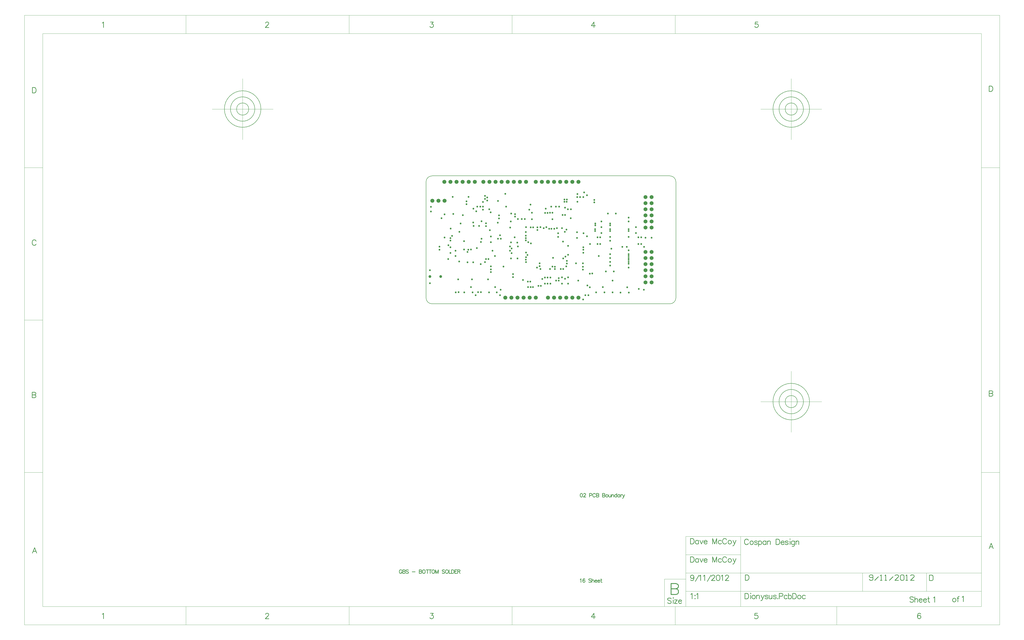
<source format=gbs>
%FSLAX25Y25*%
%MOIN*%
G70*
G01*
G75*
G04 Layer_Color=16711935*
%ADD10R,0.02953X0.02559*%
%ADD11R,0.09843X0.03543*%
%ADD12R,0.00984X0.03150*%
%ADD13R,0.02559X0.02953*%
%ADD14R,0.04331X0.12598*%
%ADD15R,0.05906X0.05118*%
%ADD16R,0.02362X0.01969*%
%ADD17R,0.01969X0.02362*%
%ADD18R,0.01772X0.03937*%
%ADD19R,0.02362X0.03937*%
%ADD20R,0.02756X0.01969*%
%ADD21R,0.01969X0.02756*%
%ADD22R,0.07874X0.04724*%
%ADD23O,0.07087X0.01181*%
%ADD24O,0.01181X0.07087*%
%ADD25R,0.05315X0.01575*%
%ADD26R,0.05512X0.06299*%
%ADD27R,0.07087X0.07480*%
%ADD28R,0.05118X0.09055*%
%ADD29R,0.07087X0.11811*%
%ADD30R,0.04921X0.07284*%
%ADD31R,0.07480X0.02835*%
%ADD32R,0.04921X0.01378*%
%ADD33O,0.06102X0.02165*%
%ADD34C,0.00600*%
%ADD35C,0.01000*%
%ADD36C,0.02000*%
%ADD37C,0.03000*%
%ADD38C,0.01500*%
%ADD39C,0.00400*%
%ADD40C,0.00200*%
%ADD41C,0.01400*%
%ADD42C,0.06000*%
%ADD43C,0.03937*%
%ADD44C,0.05906*%
%ADD45C,0.02400*%
%ADD46C,0.04000*%
%ADD47C,0.14900*%
%ADD48C,0.06400*%
G04:AMPARAMS|DCode=49|XSize=80mil|YSize=80mil|CornerRadius=0mil|HoleSize=0mil|Usage=FLASHONLY|Rotation=0.000|XOffset=0mil|YOffset=0mil|HoleType=Round|Shape=Relief|Width=8mil|Gap=10mil|Entries=4|*
%AMTHD49*
7,0,0,0.08000,0.06000,0.00800,45*
%
%ADD49THD49*%
%ADD50C,0.09400*%
%ADD51C,0.03400*%
G04:AMPARAMS|DCode=52|XSize=50mil|YSize=50mil|CornerRadius=0mil|HoleSize=0mil|Usage=FLASHONLY|Rotation=0.000|XOffset=0mil|YOffset=0mil|HoleType=Round|Shape=Relief|Width=8mil|Gap=10mil|Entries=4|*
%AMTHD52*
7,0,0,0.05000,0.03000,0.00800,45*
%
%ADD52THD52*%
%ADD53C,0.00984*%
%ADD54C,0.02362*%
%ADD55C,0.00787*%
%ADD56C,0.00394*%
%ADD57R,0.03553X0.03159*%
%ADD58R,0.10394X0.04095*%
%ADD59R,0.01535X0.03701*%
%ADD60R,0.03159X0.03553*%
%ADD61R,0.04931X0.13198*%
%ADD62R,0.06506X0.05718*%
%ADD63R,0.02962X0.02569*%
%ADD64R,0.02569X0.02962*%
%ADD65R,0.02372X0.04537*%
%ADD66R,0.02962X0.04537*%
%ADD67R,0.03356X0.02569*%
%ADD68R,0.02569X0.03356*%
%ADD69R,0.08474X0.05324*%
%ADD70O,0.07687X0.01781*%
%ADD71O,0.01781X0.07687*%
%ADD72R,0.05915X0.02175*%
%ADD73R,0.06112X0.06899*%
%ADD74R,0.07687X0.08080*%
%ADD75R,0.05718X0.09655*%
%ADD76R,0.07687X0.12411*%
%ADD77R,0.05521X0.07883*%
%ADD78R,0.08080X0.03435*%
%ADD79R,0.05521X0.01978*%
%ADD80O,0.06702X0.02765*%
%ADD81C,0.00300*%
%ADD82C,0.06600*%
%ADD83C,0.04537*%
%ADD84C,0.06506*%
%ADD85C,0.03000*%
D34*
X400800Y400D02*
G03*
X410800Y10400I0J10000D01*
G01*
Y200400D02*
G03*
X400800Y210400I-10000J0D01*
G01*
X10800D02*
G03*
X800Y200400I0J-10000D01*
G01*
Y10400D02*
G03*
X10800Y400I10000J0D01*
G01*
X-270000Y320000D02*
G03*
X-270000Y320000I-30000J0D01*
G01*
X-280000D02*
G03*
X-280000Y320000I-20000J0D01*
G01*
X-290000D02*
G03*
X-290000Y320000I-10000J0D01*
G01*
X630000D02*
G03*
X630000Y320000I-30000J0D01*
G01*
X620000D02*
G03*
X620000Y320000I-20000J0D01*
G01*
X610000D02*
G03*
X610000Y320000I-10000J0D01*
G01*
X630000Y-160000D02*
G03*
X630000Y-160000I-30000J0D01*
G01*
X620000D02*
G03*
X620000Y-160000I-20000J0D01*
G01*
X610000D02*
G03*
X610000Y-160000I-10000J0D01*
G01*
X10800Y210400D02*
X400800D01*
X410800Y10400D02*
Y200400D01*
X10800Y400D02*
X400800D01*
X800Y10400D02*
Y200400D01*
D35*
X-38940Y-437142D02*
X-39226Y-436571D01*
X-39797Y-436000D01*
X-40369Y-435714D01*
X-41511D01*
X-42083Y-436000D01*
X-42654Y-436571D01*
X-42940Y-437142D01*
X-43225Y-437999D01*
Y-439428D01*
X-42940Y-440284D01*
X-42654Y-440856D01*
X-42083Y-441427D01*
X-41511Y-441713D01*
X-40369D01*
X-39797Y-441427D01*
X-39226Y-440856D01*
X-38940Y-440284D01*
Y-439428D01*
X-40369D02*
X-38940D01*
X-37569Y-435714D02*
Y-441713D01*
Y-435714D02*
X-34998D01*
X-34141Y-436000D01*
X-33856Y-436285D01*
X-33570Y-436857D01*
Y-437428D01*
X-33856Y-437999D01*
X-34141Y-438285D01*
X-34998Y-438571D01*
X-37569D02*
X-34998D01*
X-34141Y-438856D01*
X-33856Y-439142D01*
X-33570Y-439713D01*
Y-440570D01*
X-33856Y-441141D01*
X-34141Y-441427D01*
X-34998Y-441713D01*
X-37569D01*
X-28228Y-436571D02*
X-28800Y-436000D01*
X-29657Y-435714D01*
X-30799D01*
X-31656Y-436000D01*
X-32228Y-436571D01*
Y-437142D01*
X-31942Y-437714D01*
X-31656Y-437999D01*
X-31085Y-438285D01*
X-29371Y-438856D01*
X-28800Y-439142D01*
X-28514Y-439428D01*
X-28228Y-439999D01*
Y-440856D01*
X-28800Y-441427D01*
X-29657Y-441713D01*
X-30799D01*
X-31656Y-441427D01*
X-32228Y-440856D01*
X-22173Y-439142D02*
X-17031D01*
X-10547Y-435714D02*
Y-441713D01*
Y-435714D02*
X-7976D01*
X-7119Y-436000D01*
X-6833Y-436285D01*
X-6547Y-436857D01*
Y-437428D01*
X-6833Y-437999D01*
X-7119Y-438285D01*
X-7976Y-438571D01*
X-10547D02*
X-7976D01*
X-7119Y-438856D01*
X-6833Y-439142D01*
X-6547Y-439713D01*
Y-440570D01*
X-6833Y-441141D01*
X-7119Y-441427D01*
X-7976Y-441713D01*
X-10547D01*
X-3491Y-435714D02*
X-4062Y-436000D01*
X-4634Y-436571D01*
X-4919Y-437142D01*
X-5205Y-437999D01*
Y-439428D01*
X-4919Y-440284D01*
X-4634Y-440856D01*
X-4062Y-441427D01*
X-3491Y-441713D01*
X-2348D01*
X-1777Y-441427D01*
X-1206Y-440856D01*
X-920Y-440284D01*
X-634Y-439428D01*
Y-437999D01*
X-920Y-437142D01*
X-1206Y-436571D01*
X-1777Y-436000D01*
X-2348Y-435714D01*
X-3491D01*
X2765D02*
Y-441713D01*
X765Y-435714D02*
X4764D01*
X7478D02*
Y-441713D01*
X5479Y-435714D02*
X9478D01*
X11906D02*
X11334Y-436000D01*
X10763Y-436571D01*
X10478Y-437142D01*
X10192Y-437999D01*
Y-439428D01*
X10478Y-440284D01*
X10763Y-440856D01*
X11334Y-441427D01*
X11906Y-441713D01*
X13048D01*
X13620Y-441427D01*
X14191Y-440856D01*
X14477Y-440284D01*
X14762Y-439428D01*
Y-437999D01*
X14477Y-437142D01*
X14191Y-436571D01*
X13620Y-436000D01*
X13048Y-435714D01*
X11906D01*
X16162D02*
Y-441713D01*
Y-435714D02*
X18447Y-441713D01*
X20732Y-435714D02*
X18447Y-441713D01*
X20732Y-435714D02*
Y-441713D01*
X31159Y-436571D02*
X30588Y-436000D01*
X29731Y-435714D01*
X28588D01*
X27731Y-436000D01*
X27160Y-436571D01*
Y-437142D01*
X27445Y-437714D01*
X27731Y-437999D01*
X28302Y-438285D01*
X30016Y-438856D01*
X30588Y-439142D01*
X30873Y-439428D01*
X31159Y-439999D01*
Y-440856D01*
X30588Y-441427D01*
X29731Y-441713D01*
X28588D01*
X27731Y-441427D01*
X27160Y-440856D01*
X34215Y-435714D02*
X33644Y-436000D01*
X33073Y-436571D01*
X32787Y-437142D01*
X32501Y-437999D01*
Y-439428D01*
X32787Y-440284D01*
X33073Y-440856D01*
X33644Y-441427D01*
X34215Y-441713D01*
X35358D01*
X35929Y-441427D01*
X36501Y-440856D01*
X36786Y-440284D01*
X37072Y-439428D01*
Y-437999D01*
X36786Y-437142D01*
X36501Y-436571D01*
X35929Y-436000D01*
X35358Y-435714D01*
X34215D01*
X38472D02*
Y-441713D01*
X41899D01*
X42556Y-435714D02*
Y-441713D01*
Y-435714D02*
X44556D01*
X45413Y-436000D01*
X45984Y-436571D01*
X46270Y-437142D01*
X46556Y-437999D01*
Y-439428D01*
X46270Y-440284D01*
X45984Y-440856D01*
X45413Y-441427D01*
X44556Y-441713D01*
X42556D01*
X51612Y-435714D02*
X47898D01*
Y-441713D01*
X51612D01*
X47898Y-438571D02*
X50183D01*
X52611Y-435714D02*
Y-441713D01*
Y-435714D02*
X55182D01*
X56039Y-436000D01*
X56325Y-436285D01*
X56611Y-436857D01*
Y-437428D01*
X56325Y-437999D01*
X56039Y-438285D01*
X55182Y-438571D01*
X52611D01*
X54611D02*
X56611Y-441713D01*
X255214Y-310501D02*
X254357Y-310787D01*
X253786Y-311644D01*
X253500Y-313072D01*
Y-313929D01*
X253786Y-315357D01*
X254357Y-316214D01*
X255214Y-316500D01*
X255785D01*
X256642Y-316214D01*
X257213Y-315357D01*
X257499Y-313929D01*
Y-313072D01*
X257213Y-311644D01*
X256642Y-310787D01*
X255785Y-310501D01*
X255214D01*
X259127Y-311930D02*
Y-311644D01*
X259413Y-311073D01*
X259699Y-310787D01*
X260270Y-310501D01*
X261413D01*
X261984Y-310787D01*
X262269Y-311073D01*
X262555Y-311644D01*
Y-312215D01*
X262269Y-312787D01*
X261698Y-313644D01*
X258842Y-316500D01*
X262841D01*
X268897Y-313644D02*
X271468D01*
X272324Y-313358D01*
X272610Y-313072D01*
X272896Y-312501D01*
Y-311644D01*
X272610Y-311073D01*
X272324Y-310787D01*
X271468Y-310501D01*
X268897D01*
Y-316500D01*
X278523Y-311930D02*
X278238Y-311358D01*
X277666Y-310787D01*
X277095Y-310501D01*
X275952D01*
X275381Y-310787D01*
X274810Y-311358D01*
X274524Y-311930D01*
X274238Y-312787D01*
Y-314215D01*
X274524Y-315072D01*
X274810Y-315643D01*
X275381Y-316214D01*
X275952Y-316500D01*
X277095D01*
X277666Y-316214D01*
X278238Y-315643D01*
X278523Y-315072D01*
X280209Y-310501D02*
Y-316500D01*
Y-310501D02*
X282779D01*
X283636Y-310787D01*
X283922Y-311073D01*
X284208Y-311644D01*
Y-312215D01*
X283922Y-312787D01*
X283636Y-313072D01*
X282779Y-313358D01*
X280209D02*
X282779D01*
X283636Y-313644D01*
X283922Y-313929D01*
X284208Y-314500D01*
Y-315357D01*
X283922Y-315929D01*
X283636Y-316214D01*
X282779Y-316500D01*
X280209D01*
X290264Y-310501D02*
Y-316500D01*
Y-310501D02*
X292834D01*
X293691Y-310787D01*
X293977Y-311073D01*
X294263Y-311644D01*
Y-312215D01*
X293977Y-312787D01*
X293691Y-313072D01*
X292834Y-313358D01*
X290264D02*
X292834D01*
X293691Y-313644D01*
X293977Y-313929D01*
X294263Y-314500D01*
Y-315357D01*
X293977Y-315929D01*
X293691Y-316214D01*
X292834Y-316500D01*
X290264D01*
X297034Y-312501D02*
X296462Y-312787D01*
X295891Y-313358D01*
X295605Y-314215D01*
Y-314786D01*
X295891Y-315643D01*
X296462Y-316214D01*
X297034Y-316500D01*
X297890D01*
X298462Y-316214D01*
X299033Y-315643D01*
X299319Y-314786D01*
Y-314215D01*
X299033Y-313358D01*
X298462Y-312787D01*
X297890Y-312501D01*
X297034D01*
X300633D02*
Y-315357D01*
X300918Y-316214D01*
X301490Y-316500D01*
X302347D01*
X302918Y-316214D01*
X303775Y-315357D01*
Y-312501D02*
Y-316500D01*
X305346Y-312501D02*
Y-316500D01*
Y-313644D02*
X306203Y-312787D01*
X306774Y-312501D01*
X307631D01*
X308203Y-312787D01*
X308488Y-313644D01*
Y-316500D01*
X313487Y-310501D02*
Y-316500D01*
Y-313358D02*
X312916Y-312787D01*
X312345Y-312501D01*
X311488D01*
X310916Y-312787D01*
X310345Y-313358D01*
X310059Y-314215D01*
Y-314786D01*
X310345Y-315643D01*
X310916Y-316214D01*
X311488Y-316500D01*
X312345D01*
X312916Y-316214D01*
X313487Y-315643D01*
X318515Y-312501D02*
Y-316500D01*
Y-313358D02*
X317943Y-312787D01*
X317372Y-312501D01*
X316515D01*
X315944Y-312787D01*
X315372Y-313358D01*
X315087Y-314215D01*
Y-314786D01*
X315372Y-315643D01*
X315944Y-316214D01*
X316515Y-316500D01*
X317372D01*
X317943Y-316214D01*
X318515Y-315643D01*
X320114Y-312501D02*
Y-316500D01*
Y-314215D02*
X320400Y-313358D01*
X320971Y-312787D01*
X321543Y-312501D01*
X322399D01*
X323228D02*
X324942Y-316500D01*
X326656Y-312501D02*
X324942Y-316500D01*
X324371Y-317643D01*
X323799Y-318214D01*
X323228Y-318500D01*
X322942D01*
X253500Y-451644D02*
X254071Y-451358D01*
X254928Y-450501D01*
Y-456500D01*
X261327Y-451358D02*
X261041Y-450787D01*
X260184Y-450501D01*
X259613D01*
X258756Y-450787D01*
X258185Y-451644D01*
X257899Y-453072D01*
Y-454500D01*
X258185Y-455643D01*
X258756Y-456214D01*
X259613Y-456500D01*
X259899D01*
X260756Y-456214D01*
X261327Y-455643D01*
X261613Y-454786D01*
Y-454500D01*
X261327Y-453644D01*
X260756Y-453072D01*
X259899Y-452786D01*
X259613D01*
X258756Y-453072D01*
X258185Y-453644D01*
X257899Y-454500D01*
X271639Y-451358D02*
X271068Y-450787D01*
X270211Y-450501D01*
X269068D01*
X268211Y-450787D01*
X267640Y-451358D01*
Y-451930D01*
X267926Y-452501D01*
X268211Y-452786D01*
X268782Y-453072D01*
X270496Y-453644D01*
X271068Y-453929D01*
X271353Y-454215D01*
X271639Y-454786D01*
Y-455643D01*
X271068Y-456214D01*
X270211Y-456500D01*
X269068D01*
X268211Y-456214D01*
X267640Y-455643D01*
X272982Y-450501D02*
Y-456500D01*
Y-453644D02*
X273838Y-452786D01*
X274410Y-452501D01*
X275267D01*
X275838Y-452786D01*
X276124Y-453644D01*
Y-456500D01*
X277695Y-454215D02*
X281123D01*
Y-453644D01*
X280837Y-453072D01*
X280551Y-452786D01*
X279980Y-452501D01*
X279123D01*
X278552Y-452786D01*
X277980Y-453358D01*
X277695Y-454215D01*
Y-454786D01*
X277980Y-455643D01*
X278552Y-456214D01*
X279123Y-456500D01*
X279980D01*
X280551Y-456214D01*
X281123Y-455643D01*
X282408Y-454215D02*
X285836D01*
Y-453644D01*
X285550Y-453072D01*
X285265Y-452786D01*
X284693Y-452501D01*
X283836D01*
X283265Y-452786D01*
X282694Y-453358D01*
X282408Y-454215D01*
Y-454786D01*
X282694Y-455643D01*
X283265Y-456214D01*
X283836Y-456500D01*
X284693D01*
X285265Y-456214D01*
X285836Y-455643D01*
X287978Y-450501D02*
Y-455357D01*
X288264Y-456214D01*
X288835Y-456500D01*
X289407D01*
X287121Y-452501D02*
X289121D01*
X880091Y-480724D02*
X880947Y-480295D01*
X882233Y-479010D01*
Y-488008D01*
X826500Y-444503D02*
Y-453500D01*
X830999D01*
X832498Y-452001D01*
Y-446002D01*
X830999Y-444503D01*
X826500D01*
X833142Y-481708D02*
X833999Y-481280D01*
X835284Y-479994D01*
Y-488992D01*
X-530500Y461284D02*
X-529643Y461713D01*
X-528358Y462998D01*
Y454000D01*
X924500Y357998D02*
Y349000D01*
Y357998D02*
X927499D01*
X928785Y357570D01*
X929642Y356713D01*
X930070Y355856D01*
X930499Y354570D01*
Y352428D01*
X930070Y351142D01*
X929642Y350285D01*
X928785Y349429D01*
X927499Y349000D01*
X924500D01*
X529549Y-387581D02*
X529121Y-386724D01*
X528264Y-385867D01*
X527407Y-385439D01*
X525693D01*
X524836Y-385867D01*
X523979Y-386724D01*
X523551Y-387581D01*
X523122Y-388867D01*
Y-391009D01*
X523551Y-392295D01*
X523979Y-393152D01*
X524836Y-394008D01*
X525693Y-394437D01*
X527407D01*
X528264Y-394008D01*
X529121Y-393152D01*
X529549Y-392295D01*
X534220Y-388438D02*
X533363Y-388867D01*
X532506Y-389724D01*
X532077Y-391009D01*
Y-391866D01*
X532506Y-393152D01*
X533363Y-394008D01*
X534220Y-394437D01*
X535505D01*
X536362Y-394008D01*
X537219Y-393152D01*
X537647Y-391866D01*
Y-391009D01*
X537219Y-389724D01*
X536362Y-388867D01*
X535505Y-388438D01*
X534220D01*
X544332Y-389724D02*
X543903Y-388867D01*
X542618Y-388438D01*
X541332D01*
X540047Y-388867D01*
X539618Y-389724D01*
X540047Y-390581D01*
X540904Y-391009D01*
X543046Y-391438D01*
X543903Y-391866D01*
X544332Y-392723D01*
Y-393152D01*
X543903Y-394008D01*
X542618Y-394437D01*
X541332D01*
X540047Y-394008D01*
X539618Y-393152D01*
X546217Y-388438D02*
Y-397436D01*
Y-389724D02*
X547074Y-388867D01*
X547931Y-388438D01*
X549217D01*
X550073Y-388867D01*
X550930Y-389724D01*
X551359Y-391009D01*
Y-391866D01*
X550930Y-393152D01*
X550073Y-394008D01*
X549217Y-394437D01*
X547931D01*
X547074Y-394008D01*
X546217Y-393152D01*
X558429Y-388438D02*
Y-394437D01*
Y-389724D02*
X557572Y-388867D01*
X556715Y-388438D01*
X555429D01*
X554572Y-388867D01*
X553716Y-389724D01*
X553287Y-391009D01*
Y-391866D01*
X553716Y-393152D01*
X554572Y-394008D01*
X555429Y-394437D01*
X556715D01*
X557572Y-394008D01*
X558429Y-393152D01*
X560828Y-388438D02*
Y-394437D01*
Y-390152D02*
X562114Y-388867D01*
X562971Y-388438D01*
X564256D01*
X565113Y-388867D01*
X565542Y-390152D01*
Y-394437D01*
X574968Y-385439D02*
Y-394437D01*
Y-385439D02*
X577967D01*
X579253Y-385867D01*
X580110Y-386724D01*
X580538Y-387581D01*
X580967Y-388867D01*
Y-391009D01*
X580538Y-392295D01*
X580110Y-393152D01*
X579253Y-394008D01*
X577967Y-394437D01*
X574968D01*
X582981Y-391009D02*
X588122D01*
Y-390152D01*
X587694Y-389295D01*
X587265Y-388867D01*
X586409Y-388438D01*
X585123D01*
X584266Y-388867D01*
X583409Y-389724D01*
X582981Y-391009D01*
Y-391866D01*
X583409Y-393152D01*
X584266Y-394008D01*
X585123Y-394437D01*
X586409D01*
X587265Y-394008D01*
X588122Y-393152D01*
X594764Y-389724D02*
X594335Y-388867D01*
X593050Y-388438D01*
X591764D01*
X590479Y-388867D01*
X590051Y-389724D01*
X590479Y-390581D01*
X591336Y-391009D01*
X593478Y-391438D01*
X594335Y-391866D01*
X594764Y-392723D01*
Y-393152D01*
X594335Y-394008D01*
X593050Y-394437D01*
X591764D01*
X590479Y-394008D01*
X590051Y-393152D01*
X597506Y-385439D02*
X597935Y-385867D01*
X598363Y-385439D01*
X597935Y-385011D01*
X597506Y-385439D01*
X597935Y-388438D02*
Y-394437D01*
X605090Y-388438D02*
Y-395294D01*
X604662Y-396579D01*
X604233Y-397008D01*
X603376Y-397436D01*
X602091D01*
X601234Y-397008D01*
X605090Y-389724D02*
X604233Y-388867D01*
X603376Y-388438D01*
X602091D01*
X601234Y-388867D01*
X600377Y-389724D01*
X599948Y-391009D01*
Y-391866D01*
X600377Y-393152D01*
X601234Y-394008D01*
X602091Y-394437D01*
X603376D01*
X604233Y-394008D01*
X605090Y-393152D01*
X607490Y-388438D02*
Y-394437D01*
Y-390152D02*
X608775Y-388867D01*
X609632Y-388438D01*
X610918D01*
X611774Y-388867D01*
X612203Y-390152D01*
Y-394437D01*
X931356Y-401000D02*
X927928Y-392002D01*
X924500Y-401000D01*
X925785Y-398001D02*
X930070D01*
X-262572Y460856D02*
Y461284D01*
X-262143Y462141D01*
X-261715Y462570D01*
X-260858Y462998D01*
X-259144D01*
X-258287Y462570D01*
X-257858Y462141D01*
X-257430Y461284D01*
Y460427D01*
X-257858Y459570D01*
X-258715Y458285D01*
X-263000Y454000D01*
X-257001D01*
X7857Y462998D02*
X12570D01*
X9999Y459570D01*
X11285D01*
X12142Y459142D01*
X12570Y458713D01*
X12999Y457428D01*
Y456571D01*
X12570Y455285D01*
X11713Y454428D01*
X10428Y454000D01*
X9142D01*
X7857Y454428D01*
X7429Y454857D01*
X7000Y455714D01*
X276285Y462998D02*
X272000Y456999D01*
X278427D01*
X276285Y462998D02*
Y454000D01*
X545142Y462998D02*
X540857D01*
X540428Y459142D01*
X540857Y459570D01*
X542142Y459999D01*
X543428D01*
X544713Y459570D01*
X545570Y458713D01*
X545999Y457428D01*
Y456571D01*
X545570Y455285D01*
X544713Y454428D01*
X543428Y454000D01*
X542142D01*
X540857Y454428D01*
X540428Y454857D01*
X540000Y455714D01*
X-530500Y-508716D02*
X-529643Y-508287D01*
X-528358Y-507002D01*
Y-516000D01*
X-262572Y-509144D02*
Y-508716D01*
X-262143Y-507859D01*
X-261715Y-507430D01*
X-260858Y-507002D01*
X-259144D01*
X-258287Y-507430D01*
X-257858Y-507859D01*
X-257430Y-508716D01*
Y-509573D01*
X-257858Y-510430D01*
X-258715Y-511715D01*
X-263000Y-516000D01*
X-257001D01*
X7857Y-507002D02*
X12570D01*
X9999Y-510430D01*
X11285D01*
X12142Y-510858D01*
X12570Y-511287D01*
X12999Y-512572D01*
Y-513429D01*
X12570Y-514715D01*
X11713Y-515571D01*
X10428Y-516000D01*
X9142D01*
X7857Y-515571D01*
X7429Y-515143D01*
X7000Y-514286D01*
X276285Y-507002D02*
X272000Y-513001D01*
X278427D01*
X276285Y-507002D02*
Y-516000D01*
X544642Y-507002D02*
X540357D01*
X539928Y-510858D01*
X540357Y-510430D01*
X541642Y-510001D01*
X542928D01*
X544213Y-510430D01*
X545070Y-511287D01*
X545499Y-512572D01*
Y-513429D01*
X545070Y-514715D01*
X544213Y-515571D01*
X542928Y-516000D01*
X541642D01*
X540357Y-515571D01*
X539928Y-515143D01*
X539500Y-514286D01*
X728000Y-451501D02*
X729499Y-453000D01*
X732499D01*
X733998Y-451501D01*
Y-445502D01*
X732499Y-444003D01*
X729499D01*
X728000Y-445502D01*
Y-447002D01*
X729499Y-448501D01*
X733998D01*
X736997Y-453000D02*
X742995Y-447002D01*
X745994Y-453000D02*
X748993D01*
X747494D01*
Y-444003D01*
X745994Y-445502D01*
X753492Y-453000D02*
X756491D01*
X754991D01*
Y-444003D01*
X753492Y-445502D01*
X760989Y-453000D02*
X766987Y-447002D01*
X775984Y-453000D02*
X769986D01*
X775984Y-447002D01*
Y-445502D01*
X774485Y-444003D01*
X771486D01*
X769986Y-445502D01*
X778983D02*
X780483Y-444003D01*
X783482D01*
X784982Y-445502D01*
Y-451501D01*
X783482Y-453000D01*
X780483D01*
X778983Y-451501D01*
Y-445502D01*
X787981Y-453000D02*
X790980D01*
X789480D01*
Y-444003D01*
X787981Y-445502D01*
X801476Y-453000D02*
X795478D01*
X801476Y-447002D01*
Y-445502D01*
X799977Y-444003D01*
X796978D01*
X795478Y-445502D01*
X524500Y-444002D02*
Y-453000D01*
Y-444002D02*
X527499D01*
X528785Y-444430D01*
X529642Y-445287D01*
X530070Y-446144D01*
X530499Y-447430D01*
Y-449572D01*
X530070Y-450858D01*
X529642Y-451715D01*
X528785Y-452571D01*
X527499Y-453000D01*
X524500D01*
X800499Y-481287D02*
X799642Y-480430D01*
X798356Y-480002D01*
X796642D01*
X795357Y-480430D01*
X794500Y-481287D01*
Y-482144D01*
X794929Y-483001D01*
X795357Y-483430D01*
X796214Y-483858D01*
X798785Y-484715D01*
X799642Y-485144D01*
X800070Y-485572D01*
X800499Y-486429D01*
Y-487715D01*
X799642Y-488572D01*
X798356Y-489000D01*
X796642D01*
X795357Y-488572D01*
X794500Y-487715D01*
X802513Y-480002D02*
Y-489000D01*
Y-484715D02*
X803798Y-483430D01*
X804655Y-483001D01*
X805940D01*
X806797Y-483430D01*
X807226Y-484715D01*
Y-489000D01*
X809583Y-485572D02*
X814724D01*
Y-484715D01*
X814296Y-483858D01*
X813867Y-483430D01*
X813010Y-483001D01*
X811725D01*
X810868Y-483430D01*
X810011Y-484287D01*
X809583Y-485572D01*
Y-486429D01*
X810011Y-487715D01*
X810868Y-488572D01*
X811725Y-489000D01*
X813010D01*
X813867Y-488572D01*
X814724Y-487715D01*
X816652Y-485572D02*
X821794D01*
Y-484715D01*
X821366Y-483858D01*
X820937Y-483430D01*
X820080Y-483001D01*
X818795D01*
X817938Y-483430D01*
X817081Y-484287D01*
X816652Y-485572D01*
Y-486429D01*
X817081Y-487715D01*
X817938Y-488572D01*
X818795Y-489000D01*
X820080D01*
X820937Y-488572D01*
X821794Y-487715D01*
X825008Y-480002D02*
Y-487286D01*
X825436Y-488572D01*
X826293Y-489000D01*
X827150D01*
X823722Y-483001D02*
X826722D01*
X866642Y-482501D02*
X865785Y-482930D01*
X864929Y-483787D01*
X864500Y-485072D01*
Y-485929D01*
X864929Y-487215D01*
X865785Y-488071D01*
X866642Y-488500D01*
X867928D01*
X868785Y-488071D01*
X869642Y-487215D01*
X870070Y-485929D01*
Y-485072D01*
X869642Y-483787D01*
X868785Y-482930D01*
X867928Y-482501D01*
X866642D01*
X875469Y-479502D02*
X874612D01*
X873755Y-479930D01*
X873327Y-481216D01*
Y-488500D01*
X872041Y-482501D02*
X875041D01*
X434500Y-384502D02*
Y-393500D01*
Y-384502D02*
X437499D01*
X438785Y-384930D01*
X439642Y-385787D01*
X440070Y-386644D01*
X440499Y-387930D01*
Y-390072D01*
X440070Y-391358D01*
X439642Y-392215D01*
X438785Y-393072D01*
X437499Y-393500D01*
X434500D01*
X447654Y-387501D02*
Y-393500D01*
Y-388787D02*
X446797Y-387930D01*
X445940Y-387501D01*
X444655D01*
X443798Y-387930D01*
X442941Y-388787D01*
X442513Y-390072D01*
Y-390929D01*
X442941Y-392215D01*
X443798Y-393072D01*
X444655Y-393500D01*
X445940D01*
X446797Y-393072D01*
X447654Y-392215D01*
X450054Y-387501D02*
X452625Y-393500D01*
X455196Y-387501D02*
X452625Y-393500D01*
X456652Y-390072D02*
X461794D01*
Y-389215D01*
X461366Y-388358D01*
X460937Y-387930D01*
X460080Y-387501D01*
X458795D01*
X457938Y-387930D01*
X457081Y-388787D01*
X456652Y-390072D01*
Y-390929D01*
X457081Y-392215D01*
X457938Y-393072D01*
X458795Y-393500D01*
X460080D01*
X460937Y-393072D01*
X461794Y-392215D01*
X470792Y-384502D02*
Y-393500D01*
Y-384502D02*
X474220Y-393500D01*
X477648Y-384502D02*
X474220Y-393500D01*
X477648Y-384502D02*
Y-393500D01*
X485360Y-388787D02*
X484504Y-387930D01*
X483647Y-387501D01*
X482361D01*
X481504Y-387930D01*
X480647Y-388787D01*
X480219Y-390072D01*
Y-390929D01*
X480647Y-392215D01*
X481504Y-393072D01*
X482361Y-393500D01*
X483647D01*
X484504Y-393072D01*
X485360Y-392215D01*
X493716Y-386644D02*
X493287Y-385787D01*
X492430Y-384930D01*
X491573Y-384502D01*
X489860D01*
X489003Y-384930D01*
X488146Y-385787D01*
X487717Y-386644D01*
X487289Y-387930D01*
Y-390072D01*
X487717Y-391358D01*
X488146Y-392215D01*
X489003Y-393072D01*
X489860Y-393500D01*
X491573D01*
X492430Y-393072D01*
X493287Y-392215D01*
X493716Y-391358D01*
X498386Y-387501D02*
X497529Y-387930D01*
X496672Y-388787D01*
X496244Y-390072D01*
Y-390929D01*
X496672Y-392215D01*
X497529Y-393072D01*
X498386Y-393500D01*
X499672D01*
X500529Y-393072D01*
X501386Y-392215D01*
X501814Y-390929D01*
Y-390072D01*
X501386Y-388787D01*
X500529Y-387930D01*
X499672Y-387501D01*
X498386D01*
X504214D02*
X506784Y-393500D01*
X509355Y-387501D02*
X506784Y-393500D01*
X505928Y-395214D01*
X505071Y-396071D01*
X504214Y-396499D01*
X503785D01*
X434500Y-414502D02*
Y-423500D01*
Y-414502D02*
X437499D01*
X438785Y-414930D01*
X439642Y-415787D01*
X440070Y-416644D01*
X440499Y-417930D01*
Y-420072D01*
X440070Y-421358D01*
X439642Y-422215D01*
X438785Y-423071D01*
X437499Y-423500D01*
X434500D01*
X447654Y-417501D02*
Y-423500D01*
Y-418787D02*
X446797Y-417930D01*
X445940Y-417501D01*
X444655D01*
X443798Y-417930D01*
X442941Y-418787D01*
X442513Y-420072D01*
Y-420929D01*
X442941Y-422215D01*
X443798Y-423071D01*
X444655Y-423500D01*
X445940D01*
X446797Y-423071D01*
X447654Y-422215D01*
X450054Y-417501D02*
X452625Y-423500D01*
X455196Y-417501D02*
X452625Y-423500D01*
X456652Y-420072D02*
X461794D01*
Y-419215D01*
X461366Y-418358D01*
X460937Y-417930D01*
X460080Y-417501D01*
X458795D01*
X457938Y-417930D01*
X457081Y-418787D01*
X456652Y-420072D01*
Y-420929D01*
X457081Y-422215D01*
X457938Y-423071D01*
X458795Y-423500D01*
X460080D01*
X460937Y-423071D01*
X461794Y-422215D01*
X470792Y-414502D02*
Y-423500D01*
Y-414502D02*
X474220Y-423500D01*
X477648Y-414502D02*
X474220Y-423500D01*
X477648Y-414502D02*
Y-423500D01*
X485360Y-418787D02*
X484504Y-417930D01*
X483647Y-417501D01*
X482361D01*
X481504Y-417930D01*
X480647Y-418787D01*
X480219Y-420072D01*
Y-420929D01*
X480647Y-422215D01*
X481504Y-423071D01*
X482361Y-423500D01*
X483647D01*
X484504Y-423071D01*
X485360Y-422215D01*
X493716Y-416644D02*
X493287Y-415787D01*
X492430Y-414930D01*
X491573Y-414502D01*
X489860D01*
X489003Y-414930D01*
X488146Y-415787D01*
X487717Y-416644D01*
X487289Y-417930D01*
Y-420072D01*
X487717Y-421358D01*
X488146Y-422215D01*
X489003Y-423071D01*
X489860Y-423500D01*
X491573D01*
X492430Y-423071D01*
X493287Y-422215D01*
X493716Y-421358D01*
X498386Y-417501D02*
X497529Y-417930D01*
X496672Y-418787D01*
X496244Y-420072D01*
Y-420929D01*
X496672Y-422215D01*
X497529Y-423071D01*
X498386Y-423500D01*
X499672D01*
X500529Y-423071D01*
X501386Y-422215D01*
X501814Y-420929D01*
Y-420072D01*
X501386Y-418787D01*
X500529Y-417930D01*
X499672Y-417501D01*
X498386D01*
X504214D02*
X506784Y-423500D01*
X509355Y-417501D02*
X506784Y-423500D01*
X505928Y-425214D01*
X505071Y-426071D01*
X504214Y-426499D01*
X503785D01*
X440070Y-447501D02*
X439642Y-448787D01*
X438785Y-449644D01*
X437499Y-450072D01*
X437071D01*
X435785Y-449644D01*
X434929Y-448787D01*
X434500Y-447501D01*
Y-447073D01*
X434929Y-445787D01*
X435785Y-444930D01*
X437071Y-444502D01*
X437499D01*
X438785Y-444930D01*
X439642Y-445787D01*
X440070Y-447501D01*
Y-449644D01*
X439642Y-451786D01*
X438785Y-453071D01*
X437499Y-453500D01*
X436642D01*
X435357Y-453071D01*
X434929Y-452215D01*
X442513Y-454785D02*
X448511Y-444502D01*
X449111Y-446216D02*
X449968Y-445787D01*
X451254Y-444502D01*
Y-453500D01*
X455710Y-446216D02*
X456567Y-445787D01*
X457852Y-444502D01*
Y-453500D01*
X462308Y-454785D02*
X468307Y-444502D01*
X469335Y-446644D02*
Y-446216D01*
X469764Y-445359D01*
X470192Y-444930D01*
X471049Y-444502D01*
X472763D01*
X473620Y-444930D01*
X474049Y-445359D01*
X474477Y-446216D01*
Y-447073D01*
X474049Y-447930D01*
X473192Y-449215D01*
X468907Y-453500D01*
X474906D01*
X479490Y-444502D02*
X478205Y-444930D01*
X477348Y-446216D01*
X476920Y-448358D01*
Y-449644D01*
X477348Y-451786D01*
X478205Y-453071D01*
X479490Y-453500D01*
X480347D01*
X481633Y-453071D01*
X482490Y-451786D01*
X482918Y-449644D01*
Y-448358D01*
X482490Y-446216D01*
X481633Y-444930D01*
X480347Y-444502D01*
X479490D01*
X484932Y-446216D02*
X485789Y-445787D01*
X487075Y-444502D01*
Y-453500D01*
X491959Y-446644D02*
Y-446216D01*
X492388Y-445359D01*
X492816Y-444930D01*
X493673Y-444502D01*
X495387D01*
X496244Y-444930D01*
X496672Y-445359D01*
X497101Y-446216D01*
Y-447073D01*
X496672Y-447930D01*
X495816Y-449215D01*
X491531Y-453500D01*
X497529D01*
X402999Y-483287D02*
X402142Y-482430D01*
X400856Y-482002D01*
X399142D01*
X397857Y-482430D01*
X397000Y-483287D01*
Y-484144D01*
X397428Y-485001D01*
X397857Y-485430D01*
X398714Y-485858D01*
X401285Y-486715D01*
X402142Y-487144D01*
X402570Y-487572D01*
X402999Y-488429D01*
Y-489715D01*
X402142Y-490571D01*
X400856Y-491000D01*
X399142D01*
X397857Y-490571D01*
X397000Y-489715D01*
X405869Y-482002D02*
X406298Y-482430D01*
X406727Y-482002D01*
X406298Y-481573D01*
X405869Y-482002D01*
X406298Y-485001D02*
Y-491000D01*
X413025Y-485001D02*
X408312Y-491000D01*
Y-485001D02*
X413025D01*
X408312Y-491000D02*
X413025D01*
X414911Y-487572D02*
X420052D01*
Y-486715D01*
X419624Y-485858D01*
X419195Y-485430D01*
X418338Y-485001D01*
X417053D01*
X416196Y-485430D01*
X415339Y-486287D01*
X414911Y-487572D01*
Y-488429D01*
X415339Y-489715D01*
X416196Y-490571D01*
X417053Y-491000D01*
X418338D01*
X419195Y-490571D01*
X420052Y-489715D01*
X435000Y-476216D02*
X435857Y-475787D01*
X437142Y-474502D01*
Y-483500D01*
X442027Y-477501D02*
X441599Y-477930D01*
X442027Y-478358D01*
X442456Y-477930D01*
X442027Y-477501D01*
Y-482643D02*
X441599Y-483072D01*
X442027Y-483500D01*
X442456Y-483072D01*
X442027Y-482643D01*
X444427Y-476216D02*
X445284Y-475787D01*
X446569Y-474502D01*
Y-483500D01*
X524000Y-474502D02*
Y-483500D01*
Y-474502D02*
X526999D01*
X528285Y-474930D01*
X529142Y-475787D01*
X529570Y-476644D01*
X529999Y-477930D01*
Y-480072D01*
X529570Y-481358D01*
X529142Y-482215D01*
X528285Y-483072D01*
X526999Y-483500D01*
X524000D01*
X532869Y-474502D02*
X533298Y-474930D01*
X533727Y-474502D01*
X533298Y-474073D01*
X532869Y-474502D01*
X533298Y-477501D02*
Y-483500D01*
X537454Y-477501D02*
X536597Y-477930D01*
X535740Y-478787D01*
X535312Y-480072D01*
Y-480929D01*
X535740Y-482215D01*
X536597Y-483072D01*
X537454Y-483500D01*
X538740D01*
X539597Y-483072D01*
X540454Y-482215D01*
X540882Y-480929D01*
Y-480072D01*
X540454Y-478787D01*
X539597Y-477930D01*
X538740Y-477501D01*
X537454D01*
X542853D02*
Y-483500D01*
Y-479215D02*
X544138Y-477930D01*
X544995Y-477501D01*
X546281D01*
X547138Y-477930D01*
X547566Y-479215D01*
Y-483500D01*
X550351Y-477501D02*
X552922Y-483500D01*
X555493Y-477501D02*
X552922Y-483500D01*
X552065Y-485214D01*
X551208Y-486071D01*
X550351Y-486499D01*
X549923D01*
X561706Y-478787D02*
X561278Y-477930D01*
X559992Y-477501D01*
X558707D01*
X557421Y-477930D01*
X556993Y-478787D01*
X557421Y-479644D01*
X558278Y-480072D01*
X560421Y-480501D01*
X561278Y-480929D01*
X561706Y-481786D01*
Y-482215D01*
X561278Y-483072D01*
X559992Y-483500D01*
X558707D01*
X557421Y-483072D01*
X556993Y-482215D01*
X563591Y-477501D02*
Y-481786D01*
X564020Y-483072D01*
X564877Y-483500D01*
X566162D01*
X567019Y-483072D01*
X568305Y-481786D01*
Y-477501D02*
Y-483500D01*
X575375Y-478787D02*
X574946Y-477930D01*
X573661Y-477501D01*
X572375D01*
X571090Y-477930D01*
X570661Y-478787D01*
X571090Y-479644D01*
X571947Y-480072D01*
X574089Y-480501D01*
X574946Y-480929D01*
X575375Y-481786D01*
Y-482215D01*
X574946Y-483072D01*
X573661Y-483500D01*
X572375D01*
X571090Y-483072D01*
X570661Y-482215D01*
X577689Y-482643D02*
X577260Y-483072D01*
X577689Y-483500D01*
X578117Y-483072D01*
X577689Y-482643D01*
X580088Y-479215D02*
X583944D01*
X585230Y-478787D01*
X585658Y-478358D01*
X586087Y-477501D01*
Y-476216D01*
X585658Y-475359D01*
X585230Y-474930D01*
X583944Y-474502D01*
X580088D01*
Y-483500D01*
X593242Y-478787D02*
X592385Y-477930D01*
X591528Y-477501D01*
X590243D01*
X589386Y-477930D01*
X588529Y-478787D01*
X588101Y-480072D01*
Y-480929D01*
X588529Y-482215D01*
X589386Y-483072D01*
X590243Y-483500D01*
X591528D01*
X592385Y-483072D01*
X593242Y-482215D01*
X595170Y-474502D02*
Y-483500D01*
Y-478787D02*
X596027Y-477930D01*
X596884Y-477501D01*
X598170D01*
X599027Y-477930D01*
X599884Y-478787D01*
X600312Y-480072D01*
Y-480929D01*
X599884Y-482215D01*
X599027Y-483072D01*
X598170Y-483500D01*
X596884D01*
X596027Y-483072D01*
X595170Y-482215D01*
X602240Y-474502D02*
Y-483500D01*
Y-474502D02*
X605240D01*
X606525Y-474930D01*
X607382Y-475787D01*
X607811Y-476644D01*
X608239Y-477930D01*
Y-480072D01*
X607811Y-481358D01*
X607382Y-482215D01*
X606525Y-483072D01*
X605240Y-483500D01*
X602240D01*
X612395Y-477501D02*
X611538Y-477930D01*
X610681Y-478787D01*
X610253Y-480072D01*
Y-480929D01*
X610681Y-482215D01*
X611538Y-483072D01*
X612395Y-483500D01*
X613681D01*
X614538Y-483072D01*
X615395Y-482215D01*
X615823Y-480929D01*
Y-480072D01*
X615395Y-478787D01*
X614538Y-477930D01*
X613681Y-477501D01*
X612395D01*
X622936Y-478787D02*
X622079Y-477930D01*
X621222Y-477501D01*
X619937D01*
X619080Y-477930D01*
X618223Y-478787D01*
X617794Y-480072D01*
Y-480929D01*
X618223Y-482215D01*
X619080Y-483072D01*
X619937Y-483500D01*
X621222D01*
X622079Y-483072D01*
X622936Y-482215D01*
X812142Y-508287D02*
X811713Y-507430D01*
X810428Y-507002D01*
X809571D01*
X808285Y-507430D01*
X807428Y-508716D01*
X807000Y-510858D01*
Y-513001D01*
X807428Y-514715D01*
X808285Y-515571D01*
X809571Y-516000D01*
X809999D01*
X811285Y-515571D01*
X812142Y-514715D01*
X812570Y-513429D01*
Y-513001D01*
X812142Y-511715D01*
X811285Y-510858D01*
X809999Y-510430D01*
X809571D01*
X808285Y-510858D01*
X807428Y-511715D01*
X807000Y-513001D01*
X-645000Y355498D02*
Y346500D01*
Y355498D02*
X-642001D01*
X-640715Y355070D01*
X-639858Y354213D01*
X-639430Y353356D01*
X-639001Y352070D01*
Y349928D01*
X-639430Y348642D01*
X-639858Y347785D01*
X-640715Y346929D01*
X-642001Y346500D01*
X-645000D01*
X-639073Y103356D02*
X-639501Y104213D01*
X-640358Y105070D01*
X-641215Y105498D01*
X-642929D01*
X-643786Y105070D01*
X-644643Y104213D01*
X-645072Y103356D01*
X-645500Y102070D01*
Y99928D01*
X-645072Y98642D01*
X-644643Y97785D01*
X-643786Y96929D01*
X-642929Y96500D01*
X-641215D01*
X-640358Y96929D01*
X-639501Y97785D01*
X-639073Y98642D01*
X-645500Y-144502D02*
Y-153500D01*
Y-144502D02*
X-641644D01*
X-640358Y-144930D01*
X-639930Y-145359D01*
X-639501Y-146216D01*
Y-147073D01*
X-639930Y-147930D01*
X-640358Y-148358D01*
X-641644Y-148787D01*
X-645500D02*
X-641644D01*
X-640358Y-149215D01*
X-639930Y-149644D01*
X-639501Y-150501D01*
Y-151786D01*
X-639930Y-152643D01*
X-640358Y-153071D01*
X-641644Y-153500D01*
X-645500D01*
X-638144Y-408500D02*
X-641572Y-399502D01*
X-645000Y-408500D01*
X-643715Y-405501D02*
X-639430D01*
X924500Y-142002D02*
Y-151000D01*
Y-142002D02*
X928356D01*
X929642Y-142430D01*
X930070Y-142859D01*
X930499Y-143716D01*
Y-144573D01*
X930070Y-145430D01*
X929642Y-145858D01*
X928356Y-146287D01*
X924500D02*
X928356D01*
X929642Y-146715D01*
X930070Y-147144D01*
X930499Y-148001D01*
Y-149286D01*
X930070Y-150143D01*
X929642Y-150572D01*
X928356Y-151000D01*
X924500D01*
D39*
X-300000Y320000D02*
X-250000D01*
X-350000D02*
X-300000D01*
Y370000D01*
Y270000D02*
Y320000D01*
X600000D02*
X650000D01*
X550000D02*
X600000D01*
Y370000D01*
Y270000D02*
Y320000D01*
Y-160000D02*
Y-110000D01*
Y-210000D02*
Y-160000D01*
X650000D01*
X550000D02*
X600000D01*
D40*
X-628000Y444000D02*
X912000D01*
X517000Y-381000D02*
X912000D01*
X392000Y-496000D02*
Y-451000D01*
X427000D01*
Y-496000D02*
Y-381000D01*
X517000Y-496000D02*
Y-381000D01*
X717000Y-471000D02*
Y-441000D01*
X822000Y-471000D02*
Y-441000D01*
X427000Y-381000D02*
X517000D01*
X427000Y-441000D02*
X912000D01*
X427000Y-471000D02*
X912000D01*
X427000Y-411000D02*
X517000D01*
X674500Y-526000D02*
Y-496000D01*
X409500Y-526000D02*
Y-496000D01*
X-125500Y-526000D02*
Y-496000D01*
X142000Y-526000D02*
Y-496000D01*
X-393000Y-526000D02*
Y-496000D01*
X409500Y444000D02*
Y474000D01*
X-125500Y444000D02*
Y474000D01*
X142000Y444000D02*
Y474000D01*
X912000Y224000D02*
X942000D01*
X912000Y-276000D02*
X942000D01*
X-393000Y444000D02*
Y474000D01*
X-658000Y224000D02*
X-628000D01*
X-658000Y-276000D02*
X-628000D01*
X912000Y-496000D02*
Y444000D01*
X-658000Y-26000D02*
X-628000D01*
Y-496000D02*
X912000D01*
X-628000D02*
Y444000D01*
X-658000Y-526000D02*
X942000D01*
Y474000D01*
X-658000D02*
X942000D01*
X-658000Y-526000D02*
Y474000D01*
D41*
X403000Y-458504D02*
Y-476500D01*
Y-458504D02*
X410713D01*
X413283Y-459361D01*
X414141Y-460218D01*
X414997Y-461932D01*
Y-463646D01*
X414141Y-465359D01*
X413283Y-466217D01*
X410713Y-467073D01*
X403000D02*
X410713D01*
X413283Y-467930D01*
X414141Y-468787D01*
X414997Y-470501D01*
Y-473072D01*
X414141Y-474786D01*
X413283Y-475643D01*
X410713Y-476500D01*
X403000D01*
D81*
X10000Y200000D02*
D03*
X400000D02*
D03*
X10000Y10000D02*
D03*
X400000D02*
D03*
D82*
X164800Y200400D02*
D03*
X154800D02*
D03*
X144800D02*
D03*
X134800D02*
D03*
X124800D02*
D03*
X114800D02*
D03*
X104800D02*
D03*
X94800D02*
D03*
X11300Y169500D02*
D03*
X21300D02*
D03*
X31300D02*
D03*
X80800Y200400D02*
D03*
X70800D02*
D03*
X60800D02*
D03*
X50800D02*
D03*
X40800D02*
D03*
X30800D02*
D03*
X200800Y10400D02*
D03*
X210800D02*
D03*
X220800D02*
D03*
X230800D02*
D03*
X240800D02*
D03*
X250800D02*
D03*
Y200400D02*
D03*
X240800D02*
D03*
X230800D02*
D03*
X220800D02*
D03*
X210800D02*
D03*
X200800D02*
D03*
X190800D02*
D03*
X180800D02*
D03*
Y10400D02*
D03*
X170800D02*
D03*
X160800D02*
D03*
X150800D02*
D03*
X140800D02*
D03*
X130800D02*
D03*
D83*
X24816Y45147D02*
D03*
X7100D02*
D03*
D84*
X360800Y85400D02*
D03*
Y75400D02*
D03*
Y65400D02*
D03*
Y35400D02*
D03*
Y45400D02*
D03*
Y55400D02*
D03*
X370800D02*
D03*
Y45400D02*
D03*
Y35400D02*
D03*
Y65400D02*
D03*
Y75400D02*
D03*
Y85400D02*
D03*
Y175400D02*
D03*
Y165400D02*
D03*
Y155400D02*
D03*
Y125400D02*
D03*
Y135400D02*
D03*
Y145400D02*
D03*
X360800D02*
D03*
Y135400D02*
D03*
Y125400D02*
D03*
Y155400D02*
D03*
Y165400D02*
D03*
Y175400D02*
D03*
D85*
X130800Y180900D02*
D03*
X118800Y169335D02*
D03*
X162800Y139400D02*
D03*
X157765D02*
D03*
X151600D02*
D03*
X146735Y143500D02*
D03*
X82100Y14400D02*
D03*
X123100Y23400D02*
D03*
X86100Y19400D02*
D03*
X90835D02*
D03*
X122100Y14400D02*
D03*
X7100Y55400D02*
D03*
X212100Y57400D02*
D03*
X221900D02*
D03*
X140300Y74900D02*
D03*
X41300Y123900D02*
D03*
X176300Y27900D02*
D03*
X204800Y33500D02*
D03*
X200300Y33432D02*
D03*
X195800Y33500D02*
D03*
X200284Y43400D02*
D03*
X208158Y61400D02*
D03*
X212300Y61300D02*
D03*
X195800Y43400D02*
D03*
X191400Y41300D02*
D03*
X107250Y61950D02*
D03*
X107300Y56900D02*
D03*
Y52500D02*
D03*
X173000Y99500D02*
D03*
X168500Y101500D02*
D03*
X141300Y91100D02*
D03*
X150916Y74868D02*
D03*
X164700Y72899D02*
D03*
X213800Y159900D02*
D03*
X206300Y160000D02*
D03*
X204300Y149800D02*
D03*
X200284Y149604D02*
D03*
X202800Y123400D02*
D03*
X307000Y19200D02*
D03*
X262142Y14688D02*
D03*
X259300Y116300D02*
D03*
X54100Y19400D02*
D03*
X231300Y122100D02*
D03*
X286700Y98600D02*
D03*
X37500Y96700D02*
D03*
X97637Y68800D02*
D03*
X206700Y123400D02*
D03*
X204800Y43400D02*
D03*
X40800Y83900D02*
D03*
X188500Y57400D02*
D03*
X91800Y135900D02*
D03*
X132152Y160048D02*
D03*
X293500Y19100D02*
D03*
X290843Y27761D02*
D03*
X279900Y19100D02*
D03*
X104243Y19061D02*
D03*
X116758Y19139D02*
D03*
X258300Y61100D02*
D03*
Y67000D02*
D03*
X31300Y147300D02*
D03*
Y109200D02*
D03*
X7100Y34239D02*
D03*
X44535Y175900D02*
D03*
X70500D02*
D03*
X307000Y38400D02*
D03*
X288440Y116621D02*
D03*
X302791Y122921D02*
D03*
X278200D02*
D03*
X288400Y126200D02*
D03*
X302791Y132369D02*
D03*
X278550D02*
D03*
X288440Y135519D02*
D03*
X233500Y155500D02*
D03*
X238400Y155400D02*
D03*
X330200Y93900D02*
D03*
X304800Y90900D02*
D03*
X322800Y93900D02*
D03*
X233800Y95400D02*
D03*
X225900Y57400D02*
D03*
X333218Y66228D02*
D03*
Y69377D02*
D03*
Y72527D02*
D03*
Y75676D02*
D03*
Y78826D02*
D03*
Y81976D02*
D03*
Y88275D02*
D03*
Y110322D02*
D03*
X302791Y63078D02*
D03*
Y69377D02*
D03*
Y75676D02*
D03*
Y81976D02*
D03*
X295957Y53498D02*
D03*
X302791Y110322D02*
D03*
X278200Y119771D02*
D03*
X302791D02*
D03*
X278550Y129220D02*
D03*
X302791D02*
D03*
X333170Y119791D02*
D03*
X333218Y122921D02*
D03*
X232000Y71000D02*
D03*
X204200Y57400D02*
D03*
X214064Y38500D02*
D03*
X218500D02*
D03*
X229000Y41500D02*
D03*
X218500Y42500D02*
D03*
X187300Y67000D02*
D03*
Y62300D02*
D03*
X231900Y66500D02*
D03*
X250435Y38400D02*
D03*
X223906Y33400D02*
D03*
X238300Y140900D02*
D03*
X217500Y116200D02*
D03*
X299318Y148412D02*
D03*
X228855Y146268D02*
D03*
X189300Y29900D02*
D03*
X172400Y27900D02*
D03*
X168300D02*
D03*
X159800Y39700D02*
D03*
X164780Y76836D02*
D03*
X167300Y80400D02*
D03*
X103300Y73900D02*
D03*
X113900Y78900D02*
D03*
X164700Y104395D02*
D03*
X99300Y74000D02*
D03*
X146300Y109400D02*
D03*
X164700Y108332D02*
D03*
X84300Y92000D02*
D03*
X123700Y107258D02*
D03*
X269500Y27500D02*
D03*
X265500Y30500D02*
D03*
X258400Y7500D02*
D03*
X224863Y146268D02*
D03*
X358493Y94000D02*
D03*
X223906Y124490D02*
D03*
X215600D02*
D03*
X229000Y158100D02*
D03*
X219200Y159900D02*
D03*
X118700Y133600D02*
D03*
X139900Y135500D02*
D03*
X106900Y150500D02*
D03*
X104700Y155500D02*
D03*
X164700Y112269D02*
D03*
X211100Y123400D02*
D03*
X197100Y156700D02*
D03*
X193800Y124400D02*
D03*
X170300Y154900D02*
D03*
X176662Y125962D02*
D03*
X172725Y125925D02*
D03*
X164800Y69000D02*
D03*
X74547Y89400D02*
D03*
X70279Y89379D02*
D03*
X68800Y85400D02*
D03*
X91000Y102000D02*
D03*
X91842Y107258D02*
D03*
X143400Y49300D02*
D03*
X143400Y44300D02*
D03*
X265000Y111200D02*
D03*
X230800Y61857D02*
D03*
X267077Y14626D02*
D03*
X319861Y19039D02*
D03*
X330804Y27700D02*
D03*
X333461Y19039D02*
D03*
X258300Y56400D02*
D03*
X234001Y80773D02*
D03*
X188473Y126200D02*
D03*
X164851D02*
D03*
X164700Y118175D02*
D03*
X233749Y33400D02*
D03*
X208158Y149800D02*
D03*
X174694D02*
D03*
X140209Y101091D02*
D03*
X138491Y94600D02*
D03*
X174650Y139209D02*
D03*
X208115D02*
D03*
X246909Y67037D02*
D03*
X233792Y43991D02*
D03*
X223950D02*
D03*
X198325Y126120D02*
D03*
X151691Y94509D02*
D03*
X150500Y101000D02*
D03*
X164780Y84720D02*
D03*
X248685Y108659D02*
D03*
Y117848D02*
D03*
X196309Y149604D02*
D03*
X138491Y87691D02*
D03*
X141300Y83700D02*
D03*
X167776Y36931D02*
D03*
X171768D02*
D03*
X370831Y109031D02*
D03*
X360831D02*
D03*
X349832Y24763D02*
D03*
X358169Y23400D02*
D03*
X120500Y140500D02*
D03*
X120600Y145500D02*
D03*
X140700Y148600D02*
D03*
X284084Y78900D02*
D03*
X273468Y50068D02*
D03*
X269500Y50000D02*
D03*
X78100Y133800D02*
D03*
X61300Y145900D02*
D03*
X45400Y148000D02*
D03*
X105500Y121300D02*
D03*
X99100Y127900D02*
D03*
Y132400D02*
D03*
X78158Y68700D02*
D03*
X68968D02*
D03*
X107200Y110869D02*
D03*
Y101680D02*
D03*
X78811Y128100D02*
D03*
X88000D02*
D03*
X90600Y65400D02*
D03*
X8770Y151961D02*
D03*
X8770Y159639D02*
D03*
X26200Y140900D02*
D03*
X57569Y132269D02*
D03*
X63300Y103300D02*
D03*
X55600Y118600D02*
D03*
X40832Y108069D02*
D03*
X40800Y104100D02*
D03*
X63300Y89500D02*
D03*
X49300Y87500D02*
D03*
X40800Y93200D02*
D03*
X333218Y59928D02*
D03*
Y135519D02*
D03*
Y141818D02*
D03*
X345230Y126070D02*
D03*
X345221Y116621D02*
D03*
X349309Y109500D02*
D03*
X353809D02*
D03*
Y98546D02*
D03*
X349309D02*
D03*
X308751Y53498D02*
D03*
X312069Y148461D02*
D03*
X282200Y98600D02*
D03*
Y109500D02*
D03*
X286700D02*
D03*
X53500Y40400D02*
D03*
X127800Y61665D02*
D03*
X102700Y40400D02*
D03*
X76200D02*
D03*
X49516Y19376D02*
D03*
X114100Y27800D02*
D03*
X77300Y19100D02*
D03*
X74642Y27761D02*
D03*
X63700Y19100D02*
D03*
X185300Y29900D02*
D03*
X302791Y104023D02*
D03*
X269800Y98700D02*
D03*
X225800Y74900D02*
D03*
X229500Y78000D02*
D03*
X258800Y84300D02*
D03*
X217500Y110301D02*
D03*
X182800Y59900D02*
D03*
X209300Y75800D02*
D03*
X228500Y118500D02*
D03*
X225400Y102400D02*
D03*
X43431Y111831D02*
D03*
X55200Y69900D02*
D03*
X118800Y107258D02*
D03*
X122300Y113000D02*
D03*
X49300Y79000D02*
D03*
X109900Y87532D02*
D03*
X172300Y163300D02*
D03*
X277000Y167000D02*
D03*
Y171000D02*
D03*
X265000Y178700D02*
D03*
X260200Y183200D02*
D03*
X249100Y167900D02*
D03*
X249300Y180400D02*
D03*
X101200Y175000D02*
D03*
Y169800D02*
D03*
X97600Y172400D02*
D03*
Y177600D02*
D03*
X94100Y155000D02*
D03*
X94300Y167500D02*
D03*
X83200Y152200D02*
D03*
X78400Y156700D02*
D03*
X67300Y163900D02*
D03*
Y168500D02*
D03*
X227800Y167900D02*
D03*
Y171400D02*
D03*
X231800D02*
D03*
X231700Y167900D02*
D03*
X183400Y121500D02*
D03*
Y125800D02*
D03*
X37135Y73900D02*
D03*
X22800Y94100D02*
D03*
X138800Y125400D02*
D03*
X146735Y147400D02*
D03*
X22800Y89200D02*
D03*
X258800Y93269D02*
D03*
Y89268D02*
D03*
X248900Y175400D02*
D03*
X94300Y160000D02*
D03*
X85000D02*
D03*
X90000D02*
D03*
X259000Y175400D02*
D03*
X253500D02*
D03*
M02*

</source>
